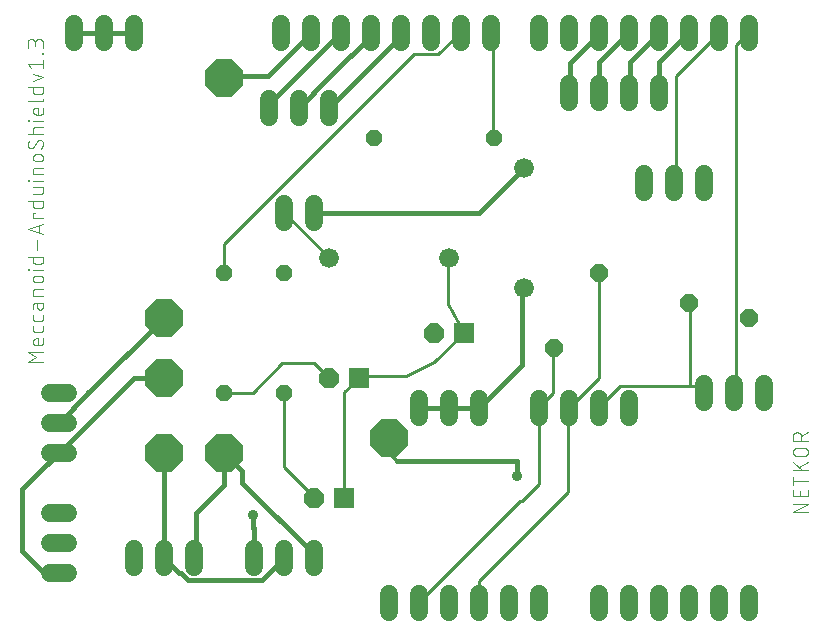
<source format=gbr>
G04 EAGLE Gerber X2 export*
%TF.Part,Single*%
%TF.FileFunction,Copper,L1,Top,Mixed*%
%TF.FilePolarity,Positive*%
%TF.GenerationSoftware,Autodesk,EAGLE,9.1.3*%
%TF.CreationDate,2018-09-14T18:40:43Z*%
G75*
%MOMM*%
%FSLAX34Y34*%
%LPD*%
%AMOC8*
5,1,8,0,0,1.08239X$1,22.5*%
G01*
%ADD10C,0.101600*%
%ADD11C,1.676400*%
%ADD12P,3.436588X8X202.500000*%
%ADD13C,1.524000*%
%ADD14P,1.814519X8X22.500000*%
%ADD15R,1.676400X1.676400*%
%ADD16P,3.436588X8X112.500000*%
%ADD17P,1.429621X8X292.500000*%
%ADD18P,1.429621X8X202.500000*%
%ADD19P,1.649562X8X22.500000*%
%ADD20C,0.254000*%
%ADD21C,0.406400*%
%ADD22C,0.906400*%


D10*
X685292Y102108D02*
X672338Y102108D01*
X685292Y109305D01*
X672338Y109305D01*
X685292Y115543D02*
X685292Y121300D01*
X685292Y115543D02*
X672338Y115543D01*
X672338Y121300D01*
X678095Y119861D02*
X678095Y115543D01*
X672338Y128757D02*
X685292Y128757D01*
X672338Y125158D02*
X672338Y132355D01*
X672338Y137490D02*
X685292Y137490D01*
X680254Y137490D02*
X672338Y144687D01*
X677376Y140369D02*
X685292Y144687D01*
X681694Y149466D02*
X675936Y149466D01*
X675936Y149467D02*
X675817Y149469D01*
X675698Y149475D01*
X675580Y149485D01*
X675461Y149498D01*
X675344Y149516D01*
X675227Y149538D01*
X675111Y149563D01*
X674995Y149592D01*
X674881Y149625D01*
X674768Y149662D01*
X674656Y149702D01*
X674545Y149747D01*
X674436Y149794D01*
X674329Y149846D01*
X674224Y149901D01*
X674120Y149959D01*
X674018Y150021D01*
X673919Y150086D01*
X673821Y150154D01*
X673726Y150226D01*
X673633Y150300D01*
X673543Y150378D01*
X673456Y150459D01*
X673371Y150542D01*
X673289Y150628D01*
X673210Y150717D01*
X673134Y150808D01*
X673061Y150902D01*
X672991Y150999D01*
X672924Y151097D01*
X672860Y151198D01*
X672800Y151300D01*
X672744Y151405D01*
X672691Y151512D01*
X672641Y151620D01*
X672595Y151729D01*
X672553Y151841D01*
X672514Y151953D01*
X672479Y152067D01*
X672448Y152182D01*
X672421Y152298D01*
X672397Y152414D01*
X672378Y152532D01*
X672362Y152649D01*
X672350Y152768D01*
X672342Y152887D01*
X672338Y153006D01*
X672338Y153124D01*
X672342Y153243D01*
X672350Y153362D01*
X672362Y153481D01*
X672378Y153598D01*
X672397Y153716D01*
X672421Y153832D01*
X672448Y153948D01*
X672479Y154063D01*
X672514Y154177D01*
X672553Y154289D01*
X672595Y154401D01*
X672641Y154510D01*
X672691Y154618D01*
X672744Y154725D01*
X672800Y154830D01*
X672860Y154932D01*
X672924Y155033D01*
X672991Y155131D01*
X673061Y155228D01*
X673134Y155322D01*
X673210Y155413D01*
X673289Y155502D01*
X673371Y155588D01*
X673456Y155671D01*
X673543Y155752D01*
X673633Y155830D01*
X673726Y155904D01*
X673821Y155976D01*
X673919Y156044D01*
X674018Y156109D01*
X674120Y156171D01*
X674224Y156229D01*
X674329Y156284D01*
X674436Y156336D01*
X674545Y156383D01*
X674656Y156428D01*
X674768Y156468D01*
X674881Y156505D01*
X674995Y156538D01*
X675111Y156567D01*
X675227Y156592D01*
X675344Y156614D01*
X675461Y156632D01*
X675580Y156645D01*
X675698Y156655D01*
X675817Y156661D01*
X675936Y156663D01*
X681694Y156663D01*
X681813Y156661D01*
X681932Y156655D01*
X682050Y156645D01*
X682169Y156632D01*
X682286Y156614D01*
X682403Y156592D01*
X682519Y156567D01*
X682635Y156538D01*
X682749Y156505D01*
X682862Y156468D01*
X682974Y156428D01*
X683085Y156383D01*
X683194Y156336D01*
X683301Y156284D01*
X683406Y156229D01*
X683510Y156171D01*
X683612Y156109D01*
X683711Y156044D01*
X683809Y155976D01*
X683904Y155904D01*
X683997Y155830D01*
X684087Y155752D01*
X684174Y155671D01*
X684259Y155588D01*
X684341Y155502D01*
X684420Y155413D01*
X684496Y155322D01*
X684569Y155228D01*
X684639Y155131D01*
X684706Y155033D01*
X684770Y154932D01*
X684830Y154830D01*
X684886Y154725D01*
X684939Y154618D01*
X684989Y154510D01*
X685035Y154401D01*
X685077Y154289D01*
X685116Y154177D01*
X685151Y154063D01*
X685182Y153948D01*
X685209Y153832D01*
X685233Y153716D01*
X685252Y153598D01*
X685268Y153481D01*
X685280Y153362D01*
X685288Y153243D01*
X685292Y153124D01*
X685292Y153006D01*
X685288Y152887D01*
X685280Y152768D01*
X685268Y152649D01*
X685252Y152532D01*
X685233Y152414D01*
X685209Y152298D01*
X685182Y152182D01*
X685151Y152067D01*
X685116Y151953D01*
X685077Y151841D01*
X685035Y151729D01*
X684989Y151620D01*
X684939Y151512D01*
X684886Y151405D01*
X684830Y151300D01*
X684770Y151198D01*
X684706Y151097D01*
X684639Y150999D01*
X684569Y150902D01*
X684496Y150808D01*
X684420Y150717D01*
X684341Y150628D01*
X684259Y150542D01*
X684174Y150459D01*
X684087Y150378D01*
X683997Y150300D01*
X683904Y150226D01*
X683809Y150154D01*
X683711Y150086D01*
X683612Y150021D01*
X683510Y149959D01*
X683406Y149901D01*
X683301Y149846D01*
X683194Y149794D01*
X683085Y149747D01*
X682974Y149702D01*
X682862Y149662D01*
X682749Y149625D01*
X682635Y149592D01*
X682519Y149563D01*
X682403Y149538D01*
X682286Y149516D01*
X682169Y149498D01*
X682050Y149485D01*
X681932Y149475D01*
X681813Y149469D01*
X681694Y149467D01*
X685292Y162536D02*
X672338Y162536D01*
X672338Y166134D01*
X672340Y166253D01*
X672346Y166372D01*
X672356Y166490D01*
X672369Y166609D01*
X672387Y166726D01*
X672409Y166843D01*
X672434Y166959D01*
X672463Y167075D01*
X672496Y167189D01*
X672533Y167302D01*
X672573Y167414D01*
X672618Y167525D01*
X672665Y167634D01*
X672717Y167741D01*
X672772Y167846D01*
X672830Y167950D01*
X672892Y168052D01*
X672957Y168151D01*
X673025Y168249D01*
X673097Y168344D01*
X673171Y168437D01*
X673249Y168527D01*
X673330Y168614D01*
X673413Y168699D01*
X673499Y168781D01*
X673588Y168860D01*
X673679Y168936D01*
X673773Y169009D01*
X673870Y169079D01*
X673968Y169146D01*
X674069Y169210D01*
X674171Y169270D01*
X674276Y169326D01*
X674383Y169379D01*
X674491Y169429D01*
X674600Y169475D01*
X674712Y169517D01*
X674824Y169556D01*
X674938Y169591D01*
X675053Y169622D01*
X675169Y169649D01*
X675285Y169673D01*
X675403Y169692D01*
X675520Y169708D01*
X675639Y169720D01*
X675758Y169728D01*
X675877Y169732D01*
X675995Y169732D01*
X676114Y169728D01*
X676233Y169720D01*
X676352Y169708D01*
X676469Y169692D01*
X676587Y169673D01*
X676703Y169649D01*
X676819Y169622D01*
X676934Y169591D01*
X677048Y169556D01*
X677160Y169517D01*
X677272Y169475D01*
X677381Y169429D01*
X677489Y169379D01*
X677596Y169326D01*
X677701Y169270D01*
X677803Y169210D01*
X677904Y169146D01*
X678002Y169079D01*
X678099Y169009D01*
X678193Y168936D01*
X678284Y168860D01*
X678373Y168781D01*
X678459Y168699D01*
X678542Y168614D01*
X678623Y168527D01*
X678701Y168437D01*
X678775Y168344D01*
X678847Y168249D01*
X678915Y168151D01*
X678980Y168052D01*
X679042Y167950D01*
X679100Y167846D01*
X679155Y167741D01*
X679207Y167634D01*
X679254Y167525D01*
X679299Y167414D01*
X679339Y167302D01*
X679376Y167189D01*
X679409Y167075D01*
X679438Y166959D01*
X679463Y166843D01*
X679485Y166726D01*
X679503Y166609D01*
X679516Y166490D01*
X679526Y166372D01*
X679532Y166253D01*
X679534Y166134D01*
X679535Y166134D02*
X679535Y162536D01*
X679535Y166854D02*
X685292Y169732D01*
X37592Y229108D02*
X24638Y229108D01*
X31835Y233426D01*
X24638Y237744D01*
X37592Y237744D01*
X37592Y245698D02*
X37592Y249297D01*
X37592Y245698D02*
X37590Y245606D01*
X37584Y245515D01*
X37575Y245424D01*
X37561Y245333D01*
X37544Y245243D01*
X37522Y245154D01*
X37497Y245066D01*
X37469Y244979D01*
X37436Y244893D01*
X37400Y244809D01*
X37361Y244726D01*
X37318Y244645D01*
X37271Y244566D01*
X37222Y244489D01*
X37169Y244414D01*
X37113Y244342D01*
X37054Y244272D01*
X36992Y244204D01*
X36927Y244139D01*
X36859Y244077D01*
X36789Y244018D01*
X36717Y243962D01*
X36642Y243909D01*
X36565Y243860D01*
X36486Y243813D01*
X36405Y243770D01*
X36322Y243731D01*
X36238Y243695D01*
X36152Y243662D01*
X36065Y243634D01*
X35977Y243609D01*
X35888Y243587D01*
X35798Y243570D01*
X35707Y243556D01*
X35616Y243547D01*
X35525Y243541D01*
X35433Y243539D01*
X31835Y243539D01*
X31729Y243541D01*
X31622Y243547D01*
X31516Y243557D01*
X31411Y243570D01*
X31306Y243588D01*
X31202Y243610D01*
X31098Y243635D01*
X30996Y243664D01*
X30895Y243697D01*
X30795Y243733D01*
X30696Y243774D01*
X30600Y243818D01*
X30504Y243865D01*
X30411Y243916D01*
X30319Y243970D01*
X30230Y244028D01*
X30143Y244089D01*
X30058Y244153D01*
X29975Y244220D01*
X29895Y244290D01*
X29818Y244364D01*
X29744Y244439D01*
X29672Y244518D01*
X29603Y244599D01*
X29538Y244683D01*
X29475Y244769D01*
X29416Y244857D01*
X29360Y244948D01*
X29307Y245040D01*
X29258Y245135D01*
X29212Y245231D01*
X29170Y245329D01*
X29132Y245428D01*
X29097Y245528D01*
X29066Y245630D01*
X29039Y245733D01*
X29015Y245837D01*
X28996Y245941D01*
X28980Y246047D01*
X28968Y246152D01*
X28960Y246258D01*
X28956Y246365D01*
X28956Y246471D01*
X28960Y246578D01*
X28968Y246684D01*
X28980Y246789D01*
X28996Y246895D01*
X29015Y246999D01*
X29039Y247103D01*
X29066Y247206D01*
X29097Y247308D01*
X29132Y247408D01*
X29170Y247507D01*
X29212Y247605D01*
X29258Y247701D01*
X29307Y247796D01*
X29360Y247888D01*
X29416Y247979D01*
X29475Y248067D01*
X29538Y248153D01*
X29603Y248237D01*
X29672Y248318D01*
X29744Y248397D01*
X29818Y248472D01*
X29895Y248546D01*
X29975Y248616D01*
X30058Y248683D01*
X30143Y248747D01*
X30230Y248808D01*
X30319Y248866D01*
X30411Y248920D01*
X30504Y248971D01*
X30600Y249018D01*
X30696Y249062D01*
X30795Y249103D01*
X30895Y249139D01*
X30996Y249172D01*
X31098Y249201D01*
X31202Y249226D01*
X31306Y249248D01*
X31411Y249266D01*
X31516Y249279D01*
X31622Y249289D01*
X31729Y249295D01*
X31835Y249297D01*
X33274Y249297D01*
X33274Y243539D01*
X37592Y256609D02*
X37592Y259488D01*
X37592Y256609D02*
X37590Y256517D01*
X37584Y256426D01*
X37575Y256335D01*
X37561Y256244D01*
X37544Y256154D01*
X37522Y256065D01*
X37497Y255977D01*
X37469Y255890D01*
X37436Y255804D01*
X37400Y255720D01*
X37361Y255637D01*
X37318Y255556D01*
X37271Y255477D01*
X37222Y255400D01*
X37169Y255325D01*
X37113Y255253D01*
X37054Y255183D01*
X36992Y255115D01*
X36927Y255050D01*
X36859Y254988D01*
X36789Y254929D01*
X36717Y254873D01*
X36642Y254820D01*
X36565Y254771D01*
X36486Y254724D01*
X36405Y254681D01*
X36322Y254642D01*
X36238Y254606D01*
X36152Y254573D01*
X36065Y254545D01*
X35977Y254520D01*
X35888Y254498D01*
X35798Y254481D01*
X35707Y254467D01*
X35616Y254458D01*
X35525Y254452D01*
X35433Y254450D01*
X31115Y254450D01*
X31023Y254452D01*
X30932Y254458D01*
X30841Y254467D01*
X30750Y254481D01*
X30660Y254498D01*
X30571Y254520D01*
X30483Y254545D01*
X30396Y254573D01*
X30310Y254606D01*
X30226Y254642D01*
X30143Y254681D01*
X30062Y254724D01*
X29983Y254771D01*
X29906Y254820D01*
X29831Y254873D01*
X29759Y254929D01*
X29689Y254988D01*
X29621Y255050D01*
X29556Y255115D01*
X29494Y255183D01*
X29435Y255253D01*
X29379Y255325D01*
X29326Y255400D01*
X29277Y255477D01*
X29230Y255556D01*
X29187Y255637D01*
X29148Y255720D01*
X29112Y255804D01*
X29079Y255890D01*
X29051Y255977D01*
X29026Y256065D01*
X29004Y256154D01*
X28987Y256244D01*
X28973Y256335D01*
X28964Y256426D01*
X28958Y256517D01*
X28956Y256609D01*
X28956Y259488D01*
X37592Y266248D02*
X37592Y269127D01*
X37592Y266248D02*
X37590Y266156D01*
X37584Y266065D01*
X37575Y265974D01*
X37561Y265883D01*
X37544Y265793D01*
X37522Y265704D01*
X37497Y265616D01*
X37469Y265529D01*
X37436Y265443D01*
X37400Y265359D01*
X37361Y265276D01*
X37318Y265195D01*
X37271Y265116D01*
X37222Y265039D01*
X37169Y264964D01*
X37113Y264892D01*
X37054Y264822D01*
X36992Y264754D01*
X36927Y264689D01*
X36859Y264627D01*
X36789Y264568D01*
X36717Y264512D01*
X36642Y264459D01*
X36565Y264410D01*
X36486Y264363D01*
X36405Y264320D01*
X36322Y264281D01*
X36238Y264245D01*
X36152Y264212D01*
X36065Y264184D01*
X35977Y264159D01*
X35888Y264137D01*
X35798Y264120D01*
X35707Y264106D01*
X35616Y264097D01*
X35525Y264091D01*
X35433Y264089D01*
X31115Y264089D01*
X31023Y264091D01*
X30932Y264097D01*
X30841Y264106D01*
X30750Y264120D01*
X30660Y264137D01*
X30571Y264159D01*
X30483Y264184D01*
X30396Y264212D01*
X30310Y264245D01*
X30226Y264281D01*
X30143Y264320D01*
X30062Y264363D01*
X29983Y264410D01*
X29906Y264459D01*
X29831Y264512D01*
X29759Y264568D01*
X29689Y264627D01*
X29621Y264689D01*
X29556Y264754D01*
X29494Y264822D01*
X29435Y264892D01*
X29379Y264964D01*
X29326Y265039D01*
X29277Y265116D01*
X29230Y265195D01*
X29187Y265276D01*
X29148Y265359D01*
X29112Y265443D01*
X29079Y265529D01*
X29051Y265616D01*
X29026Y265704D01*
X29004Y265793D01*
X28987Y265883D01*
X28973Y265974D01*
X28964Y266065D01*
X28958Y266156D01*
X28956Y266248D01*
X28956Y269127D01*
X32554Y276171D02*
X32554Y279410D01*
X32554Y276171D02*
X32556Y276072D01*
X32562Y275973D01*
X32571Y275875D01*
X32585Y275777D01*
X32602Y275680D01*
X32624Y275583D01*
X32649Y275487D01*
X32677Y275393D01*
X32710Y275299D01*
X32746Y275207D01*
X32785Y275116D01*
X32829Y275027D01*
X32875Y274940D01*
X32925Y274855D01*
X32979Y274772D01*
X33035Y274690D01*
X33095Y274612D01*
X33158Y274535D01*
X33223Y274461D01*
X33292Y274390D01*
X33363Y274321D01*
X33437Y274256D01*
X33514Y274193D01*
X33592Y274133D01*
X33674Y274077D01*
X33757Y274023D01*
X33842Y273973D01*
X33929Y273927D01*
X34018Y273883D01*
X34109Y273844D01*
X34201Y273808D01*
X34295Y273775D01*
X34389Y273747D01*
X34485Y273722D01*
X34582Y273700D01*
X34679Y273683D01*
X34777Y273669D01*
X34875Y273660D01*
X34974Y273654D01*
X35073Y273652D01*
X35172Y273654D01*
X35271Y273660D01*
X35369Y273669D01*
X35467Y273683D01*
X35564Y273700D01*
X35661Y273722D01*
X35757Y273747D01*
X35851Y273775D01*
X35945Y273808D01*
X36037Y273844D01*
X36128Y273883D01*
X36217Y273927D01*
X36304Y273973D01*
X36389Y274023D01*
X36472Y274077D01*
X36554Y274133D01*
X36632Y274193D01*
X36709Y274256D01*
X36783Y274321D01*
X36854Y274390D01*
X36923Y274461D01*
X36988Y274535D01*
X37051Y274612D01*
X37111Y274690D01*
X37167Y274772D01*
X37221Y274855D01*
X37271Y274940D01*
X37317Y275027D01*
X37361Y275116D01*
X37400Y275207D01*
X37436Y275299D01*
X37469Y275393D01*
X37497Y275487D01*
X37522Y275583D01*
X37544Y275680D01*
X37561Y275777D01*
X37575Y275875D01*
X37584Y275973D01*
X37590Y276072D01*
X37592Y276171D01*
X37592Y279410D01*
X31115Y279410D01*
X31023Y279408D01*
X30932Y279402D01*
X30841Y279393D01*
X30750Y279379D01*
X30660Y279362D01*
X30571Y279340D01*
X30483Y279315D01*
X30396Y279287D01*
X30310Y279254D01*
X30226Y279218D01*
X30143Y279179D01*
X30062Y279136D01*
X29983Y279089D01*
X29906Y279040D01*
X29831Y278987D01*
X29759Y278931D01*
X29689Y278872D01*
X29621Y278810D01*
X29556Y278745D01*
X29494Y278677D01*
X29435Y278607D01*
X29379Y278535D01*
X29326Y278460D01*
X29277Y278383D01*
X29230Y278304D01*
X29187Y278223D01*
X29148Y278140D01*
X29112Y278056D01*
X29079Y277970D01*
X29051Y277883D01*
X29026Y277795D01*
X29004Y277706D01*
X28987Y277616D01*
X28973Y277525D01*
X28964Y277434D01*
X28958Y277343D01*
X28956Y277251D01*
X28956Y274372D01*
X28956Y285449D02*
X37592Y285449D01*
X28956Y285449D02*
X28956Y289048D01*
X28958Y289140D01*
X28964Y289231D01*
X28973Y289322D01*
X28987Y289413D01*
X29004Y289503D01*
X29026Y289592D01*
X29051Y289680D01*
X29079Y289767D01*
X29112Y289853D01*
X29148Y289937D01*
X29187Y290020D01*
X29230Y290101D01*
X29277Y290180D01*
X29326Y290257D01*
X29379Y290332D01*
X29435Y290404D01*
X29494Y290474D01*
X29556Y290542D01*
X29621Y290607D01*
X29689Y290669D01*
X29759Y290728D01*
X29831Y290784D01*
X29906Y290837D01*
X29983Y290886D01*
X30062Y290933D01*
X30143Y290976D01*
X30226Y291015D01*
X30310Y291051D01*
X30396Y291084D01*
X30483Y291112D01*
X30571Y291137D01*
X30660Y291159D01*
X30750Y291176D01*
X30841Y291190D01*
X30932Y291199D01*
X31023Y291205D01*
X31115Y291207D01*
X37592Y291207D01*
X34713Y296765D02*
X31835Y296765D01*
X31729Y296767D01*
X31622Y296773D01*
X31516Y296783D01*
X31411Y296796D01*
X31306Y296814D01*
X31202Y296836D01*
X31098Y296861D01*
X30996Y296890D01*
X30895Y296923D01*
X30795Y296959D01*
X30696Y297000D01*
X30600Y297044D01*
X30504Y297091D01*
X30411Y297142D01*
X30319Y297196D01*
X30230Y297254D01*
X30143Y297315D01*
X30058Y297379D01*
X29975Y297446D01*
X29895Y297516D01*
X29818Y297590D01*
X29744Y297665D01*
X29672Y297744D01*
X29603Y297825D01*
X29538Y297909D01*
X29475Y297995D01*
X29416Y298083D01*
X29360Y298174D01*
X29307Y298266D01*
X29258Y298361D01*
X29212Y298457D01*
X29170Y298555D01*
X29132Y298654D01*
X29097Y298754D01*
X29066Y298856D01*
X29039Y298959D01*
X29015Y299063D01*
X28996Y299167D01*
X28980Y299273D01*
X28968Y299378D01*
X28960Y299484D01*
X28956Y299591D01*
X28956Y299697D01*
X28960Y299804D01*
X28968Y299910D01*
X28980Y300015D01*
X28996Y300121D01*
X29015Y300225D01*
X29039Y300329D01*
X29066Y300432D01*
X29097Y300534D01*
X29132Y300634D01*
X29170Y300733D01*
X29212Y300831D01*
X29258Y300927D01*
X29307Y301022D01*
X29360Y301114D01*
X29416Y301205D01*
X29475Y301293D01*
X29538Y301379D01*
X29603Y301463D01*
X29672Y301544D01*
X29744Y301623D01*
X29818Y301698D01*
X29895Y301772D01*
X29975Y301842D01*
X30058Y301909D01*
X30143Y301973D01*
X30230Y302034D01*
X30319Y302092D01*
X30411Y302146D01*
X30504Y302197D01*
X30600Y302244D01*
X30696Y302288D01*
X30795Y302329D01*
X30895Y302365D01*
X30996Y302398D01*
X31098Y302427D01*
X31202Y302452D01*
X31306Y302474D01*
X31411Y302492D01*
X31516Y302505D01*
X31622Y302515D01*
X31729Y302521D01*
X31835Y302523D01*
X31835Y302522D02*
X34713Y302522D01*
X34713Y302523D02*
X34819Y302521D01*
X34926Y302515D01*
X35032Y302505D01*
X35137Y302492D01*
X35242Y302474D01*
X35346Y302452D01*
X35450Y302427D01*
X35552Y302398D01*
X35653Y302365D01*
X35753Y302329D01*
X35852Y302288D01*
X35948Y302244D01*
X36044Y302197D01*
X36137Y302146D01*
X36229Y302092D01*
X36318Y302034D01*
X36405Y301973D01*
X36490Y301909D01*
X36573Y301842D01*
X36653Y301772D01*
X36730Y301698D01*
X36804Y301623D01*
X36876Y301544D01*
X36945Y301463D01*
X37010Y301379D01*
X37073Y301293D01*
X37132Y301205D01*
X37188Y301114D01*
X37241Y301022D01*
X37290Y300927D01*
X37336Y300831D01*
X37378Y300733D01*
X37416Y300634D01*
X37451Y300534D01*
X37482Y300432D01*
X37509Y300329D01*
X37533Y300225D01*
X37552Y300121D01*
X37568Y300015D01*
X37580Y299910D01*
X37588Y299804D01*
X37592Y299697D01*
X37592Y299591D01*
X37588Y299484D01*
X37580Y299378D01*
X37568Y299273D01*
X37552Y299167D01*
X37533Y299063D01*
X37509Y298959D01*
X37482Y298856D01*
X37451Y298754D01*
X37416Y298654D01*
X37378Y298555D01*
X37336Y298457D01*
X37290Y298361D01*
X37241Y298266D01*
X37188Y298174D01*
X37132Y298083D01*
X37073Y297995D01*
X37010Y297909D01*
X36945Y297825D01*
X36876Y297744D01*
X36804Y297665D01*
X36730Y297590D01*
X36653Y297516D01*
X36573Y297446D01*
X36490Y297379D01*
X36405Y297315D01*
X36318Y297254D01*
X36229Y297196D01*
X36137Y297142D01*
X36044Y297091D01*
X35948Y297044D01*
X35852Y297000D01*
X35753Y296959D01*
X35653Y296923D01*
X35552Y296890D01*
X35450Y296861D01*
X35346Y296836D01*
X35242Y296814D01*
X35137Y296796D01*
X35032Y296783D01*
X34926Y296773D01*
X34819Y296767D01*
X34713Y296765D01*
X37592Y307606D02*
X28956Y307606D01*
X25358Y307247D02*
X24638Y307247D01*
X24638Y307966D01*
X25358Y307966D01*
X25358Y307247D01*
X24638Y318386D02*
X37592Y318386D01*
X37592Y314788D01*
X37590Y314696D01*
X37584Y314605D01*
X37575Y314514D01*
X37561Y314423D01*
X37544Y314333D01*
X37522Y314244D01*
X37497Y314156D01*
X37469Y314069D01*
X37436Y313983D01*
X37400Y313899D01*
X37361Y313816D01*
X37318Y313735D01*
X37271Y313656D01*
X37222Y313579D01*
X37169Y313504D01*
X37113Y313432D01*
X37054Y313362D01*
X36992Y313294D01*
X36927Y313229D01*
X36859Y313167D01*
X36789Y313108D01*
X36717Y313052D01*
X36642Y312999D01*
X36565Y312950D01*
X36486Y312903D01*
X36405Y312860D01*
X36322Y312821D01*
X36238Y312785D01*
X36152Y312752D01*
X36065Y312724D01*
X35977Y312699D01*
X35888Y312677D01*
X35798Y312660D01*
X35707Y312646D01*
X35616Y312637D01*
X35525Y312631D01*
X35433Y312629D01*
X31115Y312629D01*
X31023Y312631D01*
X30932Y312637D01*
X30841Y312646D01*
X30750Y312660D01*
X30660Y312677D01*
X30571Y312699D01*
X30483Y312724D01*
X30396Y312752D01*
X30310Y312785D01*
X30226Y312821D01*
X30143Y312860D01*
X30062Y312903D01*
X29983Y312950D01*
X29906Y312999D01*
X29831Y313052D01*
X29759Y313108D01*
X29689Y313167D01*
X29621Y313229D01*
X29556Y313294D01*
X29494Y313362D01*
X29435Y313432D01*
X29379Y313504D01*
X29326Y313579D01*
X29277Y313656D01*
X29230Y313735D01*
X29187Y313816D01*
X29148Y313899D01*
X29112Y313983D01*
X29079Y314069D01*
X29051Y314156D01*
X29026Y314244D01*
X29004Y314333D01*
X28987Y314423D01*
X28973Y314514D01*
X28964Y314605D01*
X28958Y314696D01*
X28956Y314788D01*
X28956Y318386D01*
X32554Y324243D02*
X32554Y332879D01*
X37592Y337654D02*
X24638Y341972D01*
X37592Y346290D01*
X34354Y345211D02*
X34354Y338734D01*
X37592Y351317D02*
X28956Y351317D01*
X28956Y355635D01*
X30395Y355635D01*
X24638Y365325D02*
X37592Y365325D01*
X37592Y361727D01*
X37590Y361635D01*
X37584Y361544D01*
X37575Y361453D01*
X37561Y361362D01*
X37544Y361272D01*
X37522Y361183D01*
X37497Y361095D01*
X37469Y361008D01*
X37436Y360922D01*
X37400Y360838D01*
X37361Y360755D01*
X37318Y360674D01*
X37271Y360595D01*
X37222Y360518D01*
X37169Y360443D01*
X37113Y360371D01*
X37054Y360301D01*
X36992Y360233D01*
X36927Y360168D01*
X36859Y360106D01*
X36789Y360047D01*
X36717Y359991D01*
X36642Y359938D01*
X36565Y359889D01*
X36486Y359842D01*
X36405Y359799D01*
X36322Y359760D01*
X36238Y359724D01*
X36152Y359691D01*
X36065Y359663D01*
X35977Y359638D01*
X35888Y359616D01*
X35798Y359599D01*
X35707Y359585D01*
X35616Y359576D01*
X35525Y359570D01*
X35433Y359568D01*
X31115Y359568D01*
X31023Y359570D01*
X30932Y359576D01*
X30841Y359585D01*
X30750Y359599D01*
X30660Y359616D01*
X30571Y359638D01*
X30483Y359663D01*
X30396Y359691D01*
X30310Y359724D01*
X30226Y359760D01*
X30143Y359799D01*
X30062Y359842D01*
X29983Y359889D01*
X29906Y359938D01*
X29831Y359991D01*
X29759Y360047D01*
X29689Y360106D01*
X29621Y360168D01*
X29556Y360233D01*
X29494Y360301D01*
X29435Y360371D01*
X29379Y360443D01*
X29326Y360518D01*
X29277Y360595D01*
X29230Y360674D01*
X29187Y360755D01*
X29148Y360838D01*
X29112Y360922D01*
X29079Y361008D01*
X29051Y361095D01*
X29026Y361183D01*
X29004Y361272D01*
X28987Y361362D01*
X28973Y361453D01*
X28964Y361544D01*
X28958Y361635D01*
X28956Y361727D01*
X28956Y365325D01*
X28956Y371364D02*
X35433Y371364D01*
X35525Y371366D01*
X35616Y371372D01*
X35707Y371381D01*
X35798Y371395D01*
X35888Y371412D01*
X35977Y371434D01*
X36065Y371459D01*
X36152Y371487D01*
X36238Y371520D01*
X36322Y371556D01*
X36405Y371595D01*
X36486Y371638D01*
X36565Y371685D01*
X36642Y371734D01*
X36717Y371787D01*
X36789Y371843D01*
X36859Y371902D01*
X36927Y371964D01*
X36992Y372029D01*
X37054Y372097D01*
X37113Y372167D01*
X37169Y372239D01*
X37222Y372314D01*
X37271Y372391D01*
X37318Y372470D01*
X37361Y372551D01*
X37400Y372634D01*
X37436Y372718D01*
X37469Y372804D01*
X37497Y372891D01*
X37522Y372979D01*
X37544Y373068D01*
X37561Y373158D01*
X37575Y373249D01*
X37584Y373340D01*
X37590Y373431D01*
X37592Y373523D01*
X37592Y377122D01*
X28956Y377122D01*
X28956Y382625D02*
X37592Y382625D01*
X25358Y382265D02*
X24638Y382265D01*
X24638Y382985D01*
X25358Y382985D01*
X25358Y382265D01*
X28956Y388128D02*
X37592Y388128D01*
X28956Y388128D02*
X28956Y391727D01*
X28958Y391819D01*
X28964Y391910D01*
X28973Y392001D01*
X28987Y392092D01*
X29004Y392182D01*
X29026Y392271D01*
X29051Y392359D01*
X29079Y392446D01*
X29112Y392532D01*
X29148Y392616D01*
X29187Y392699D01*
X29230Y392780D01*
X29277Y392859D01*
X29326Y392936D01*
X29379Y393011D01*
X29435Y393083D01*
X29494Y393153D01*
X29556Y393221D01*
X29621Y393286D01*
X29689Y393348D01*
X29759Y393407D01*
X29831Y393463D01*
X29906Y393516D01*
X29983Y393565D01*
X30062Y393612D01*
X30143Y393655D01*
X30226Y393694D01*
X30310Y393730D01*
X30396Y393763D01*
X30483Y393791D01*
X30571Y393816D01*
X30660Y393838D01*
X30750Y393855D01*
X30841Y393869D01*
X30932Y393878D01*
X31023Y393884D01*
X31115Y393886D01*
X37592Y393886D01*
X34713Y399444D02*
X31835Y399444D01*
X31729Y399446D01*
X31622Y399452D01*
X31516Y399462D01*
X31411Y399475D01*
X31306Y399493D01*
X31202Y399515D01*
X31098Y399540D01*
X30996Y399569D01*
X30895Y399602D01*
X30795Y399638D01*
X30696Y399679D01*
X30600Y399723D01*
X30504Y399770D01*
X30411Y399821D01*
X30319Y399875D01*
X30230Y399933D01*
X30143Y399994D01*
X30058Y400058D01*
X29975Y400125D01*
X29895Y400195D01*
X29818Y400269D01*
X29744Y400344D01*
X29672Y400423D01*
X29603Y400504D01*
X29538Y400588D01*
X29475Y400674D01*
X29416Y400762D01*
X29360Y400853D01*
X29307Y400945D01*
X29258Y401040D01*
X29212Y401136D01*
X29170Y401234D01*
X29132Y401333D01*
X29097Y401433D01*
X29066Y401535D01*
X29039Y401638D01*
X29015Y401742D01*
X28996Y401846D01*
X28980Y401952D01*
X28968Y402057D01*
X28960Y402163D01*
X28956Y402270D01*
X28956Y402376D01*
X28960Y402483D01*
X28968Y402589D01*
X28980Y402694D01*
X28996Y402800D01*
X29015Y402904D01*
X29039Y403008D01*
X29066Y403111D01*
X29097Y403213D01*
X29132Y403313D01*
X29170Y403412D01*
X29212Y403510D01*
X29258Y403606D01*
X29307Y403701D01*
X29360Y403793D01*
X29416Y403884D01*
X29475Y403972D01*
X29538Y404058D01*
X29603Y404142D01*
X29672Y404223D01*
X29744Y404302D01*
X29818Y404377D01*
X29895Y404451D01*
X29975Y404521D01*
X30058Y404588D01*
X30143Y404652D01*
X30230Y404713D01*
X30319Y404771D01*
X30411Y404825D01*
X30504Y404876D01*
X30600Y404923D01*
X30696Y404967D01*
X30795Y405008D01*
X30895Y405044D01*
X30996Y405077D01*
X31098Y405106D01*
X31202Y405131D01*
X31306Y405153D01*
X31411Y405171D01*
X31516Y405184D01*
X31622Y405194D01*
X31729Y405200D01*
X31835Y405202D01*
X31835Y405201D02*
X34713Y405201D01*
X34713Y405202D02*
X34819Y405200D01*
X34926Y405194D01*
X35032Y405184D01*
X35137Y405171D01*
X35242Y405153D01*
X35346Y405131D01*
X35450Y405106D01*
X35552Y405077D01*
X35653Y405044D01*
X35753Y405008D01*
X35852Y404967D01*
X35948Y404923D01*
X36044Y404876D01*
X36137Y404825D01*
X36229Y404771D01*
X36318Y404713D01*
X36405Y404652D01*
X36490Y404588D01*
X36573Y404521D01*
X36653Y404451D01*
X36730Y404377D01*
X36804Y404302D01*
X36876Y404223D01*
X36945Y404142D01*
X37010Y404058D01*
X37073Y403972D01*
X37132Y403884D01*
X37188Y403793D01*
X37241Y403701D01*
X37290Y403606D01*
X37336Y403510D01*
X37378Y403412D01*
X37416Y403313D01*
X37451Y403213D01*
X37482Y403111D01*
X37509Y403008D01*
X37533Y402904D01*
X37552Y402800D01*
X37568Y402694D01*
X37580Y402589D01*
X37588Y402483D01*
X37592Y402376D01*
X37592Y402270D01*
X37588Y402163D01*
X37580Y402057D01*
X37568Y401952D01*
X37552Y401846D01*
X37533Y401742D01*
X37509Y401638D01*
X37482Y401535D01*
X37451Y401433D01*
X37416Y401333D01*
X37378Y401234D01*
X37336Y401136D01*
X37290Y401040D01*
X37241Y400945D01*
X37188Y400853D01*
X37132Y400762D01*
X37073Y400674D01*
X37010Y400588D01*
X36945Y400504D01*
X36876Y400423D01*
X36804Y400344D01*
X36730Y400269D01*
X36653Y400195D01*
X36573Y400125D01*
X36490Y400058D01*
X36405Y399994D01*
X36318Y399933D01*
X36229Y399875D01*
X36137Y399821D01*
X36044Y399770D01*
X35948Y399723D01*
X35852Y399679D01*
X35753Y399638D01*
X35653Y399602D01*
X35552Y399569D01*
X35450Y399540D01*
X35346Y399515D01*
X35242Y399493D01*
X35137Y399475D01*
X35032Y399462D01*
X34926Y399452D01*
X34819Y399446D01*
X34713Y399444D01*
X37592Y414358D02*
X37590Y414463D01*
X37584Y414568D01*
X37575Y414673D01*
X37561Y414777D01*
X37544Y414881D01*
X37523Y414984D01*
X37498Y415086D01*
X37470Y415187D01*
X37438Y415288D01*
X37402Y415386D01*
X37363Y415484D01*
X37320Y415580D01*
X37273Y415674D01*
X37224Y415767D01*
X37170Y415858D01*
X37114Y415947D01*
X37054Y416033D01*
X36992Y416118D01*
X36926Y416200D01*
X36857Y416279D01*
X36786Y416356D01*
X36711Y416431D01*
X36634Y416502D01*
X36555Y416571D01*
X36473Y416637D01*
X36388Y416699D01*
X36302Y416759D01*
X36213Y416815D01*
X36122Y416869D01*
X36029Y416918D01*
X35935Y416965D01*
X35839Y417008D01*
X35741Y417047D01*
X35643Y417083D01*
X35542Y417115D01*
X35441Y417143D01*
X35339Y417168D01*
X35236Y417189D01*
X35132Y417206D01*
X35028Y417220D01*
X34923Y417229D01*
X34818Y417235D01*
X34713Y417237D01*
X37592Y414358D02*
X37590Y414203D01*
X37584Y414048D01*
X37574Y413894D01*
X37560Y413740D01*
X37543Y413586D01*
X37521Y413432D01*
X37496Y413280D01*
X37466Y413127D01*
X37433Y412976D01*
X37396Y412826D01*
X37355Y412676D01*
X37310Y412528D01*
X37262Y412381D01*
X37209Y412235D01*
X37154Y412091D01*
X37094Y411948D01*
X37031Y411806D01*
X36964Y411667D01*
X36894Y411529D01*
X36820Y411393D01*
X36743Y411258D01*
X36662Y411126D01*
X36578Y410996D01*
X36491Y410868D01*
X36400Y410742D01*
X36307Y410619D01*
X36210Y410498D01*
X36110Y410380D01*
X36007Y410264D01*
X35901Y410151D01*
X35793Y410040D01*
X27517Y410399D02*
X27412Y410401D01*
X27307Y410407D01*
X27202Y410416D01*
X27098Y410430D01*
X26994Y410447D01*
X26891Y410468D01*
X26789Y410493D01*
X26688Y410521D01*
X26587Y410553D01*
X26489Y410589D01*
X26391Y410628D01*
X26295Y410671D01*
X26201Y410718D01*
X26108Y410767D01*
X26017Y410821D01*
X25928Y410877D01*
X25842Y410937D01*
X25757Y410999D01*
X25675Y411065D01*
X25596Y411134D01*
X25519Y411205D01*
X25444Y411280D01*
X25373Y411357D01*
X25304Y411436D01*
X25238Y411518D01*
X25176Y411603D01*
X25116Y411689D01*
X25060Y411778D01*
X25006Y411869D01*
X24957Y411962D01*
X24910Y412056D01*
X24867Y412152D01*
X24828Y412250D01*
X24792Y412348D01*
X24760Y412449D01*
X24732Y412550D01*
X24707Y412652D01*
X24686Y412755D01*
X24669Y412859D01*
X24655Y412963D01*
X24646Y413068D01*
X24640Y413173D01*
X24638Y413278D01*
X24640Y413423D01*
X24646Y413567D01*
X24655Y413712D01*
X24669Y413856D01*
X24686Y414000D01*
X24708Y414143D01*
X24733Y414285D01*
X24762Y414427D01*
X24794Y414568D01*
X24831Y414708D01*
X24871Y414847D01*
X24915Y414985D01*
X24963Y415122D01*
X25014Y415257D01*
X25069Y415391D01*
X25127Y415523D01*
X25189Y415654D01*
X25255Y415783D01*
X25323Y415911D01*
X25396Y416036D01*
X25471Y416159D01*
X25550Y416281D01*
X25632Y416400D01*
X25718Y416517D01*
X30036Y411839D02*
X29981Y411749D01*
X29923Y411662D01*
X29863Y411577D01*
X29799Y411494D01*
X29732Y411414D01*
X29662Y411336D01*
X29589Y411260D01*
X29514Y411187D01*
X29436Y411117D01*
X29356Y411050D01*
X29274Y410985D01*
X29189Y410924D01*
X29102Y410866D01*
X29013Y410811D01*
X28922Y410759D01*
X28829Y410710D01*
X28735Y410665D01*
X28639Y410623D01*
X28542Y410584D01*
X28443Y410549D01*
X28343Y410518D01*
X28242Y410490D01*
X28140Y410466D01*
X28038Y410446D01*
X27934Y410429D01*
X27830Y410416D01*
X27726Y410406D01*
X27622Y410401D01*
X27517Y410399D01*
X32194Y415798D02*
X32249Y415887D01*
X32307Y415974D01*
X32368Y416059D01*
X32432Y416142D01*
X32498Y416222D01*
X32568Y416300D01*
X32641Y416376D01*
X32716Y416449D01*
X32794Y416519D01*
X32874Y416586D01*
X32956Y416651D01*
X33041Y416712D01*
X33128Y416770D01*
X33217Y416825D01*
X33308Y416877D01*
X33401Y416926D01*
X33495Y416971D01*
X33591Y417013D01*
X33688Y417052D01*
X33787Y417087D01*
X33887Y417118D01*
X33988Y417146D01*
X34090Y417170D01*
X34192Y417190D01*
X34296Y417207D01*
X34400Y417220D01*
X34504Y417230D01*
X34608Y417235D01*
X34713Y417237D01*
X32195Y415797D02*
X30036Y411839D01*
X24638Y422494D02*
X37592Y422494D01*
X28956Y422494D02*
X28956Y426093D01*
X28958Y426185D01*
X28964Y426276D01*
X28973Y426367D01*
X28987Y426458D01*
X29004Y426548D01*
X29026Y426637D01*
X29051Y426725D01*
X29079Y426812D01*
X29112Y426898D01*
X29148Y426982D01*
X29187Y427065D01*
X29230Y427146D01*
X29277Y427225D01*
X29326Y427302D01*
X29379Y427377D01*
X29435Y427449D01*
X29494Y427519D01*
X29556Y427587D01*
X29621Y427652D01*
X29689Y427714D01*
X29759Y427773D01*
X29831Y427829D01*
X29906Y427882D01*
X29983Y427931D01*
X30062Y427978D01*
X30143Y428021D01*
X30226Y428060D01*
X30310Y428096D01*
X30396Y428129D01*
X30483Y428157D01*
X30571Y428182D01*
X30660Y428204D01*
X30750Y428221D01*
X30841Y428235D01*
X30932Y428244D01*
X31023Y428250D01*
X31115Y428252D01*
X37592Y428252D01*
X37592Y433755D02*
X28956Y433755D01*
X25358Y433395D02*
X24638Y433395D01*
X24638Y434115D01*
X25358Y434115D01*
X25358Y433395D01*
X37592Y440998D02*
X37592Y444597D01*
X37592Y440998D02*
X37590Y440906D01*
X37584Y440815D01*
X37575Y440724D01*
X37561Y440633D01*
X37544Y440543D01*
X37522Y440454D01*
X37497Y440366D01*
X37469Y440279D01*
X37436Y440193D01*
X37400Y440109D01*
X37361Y440026D01*
X37318Y439945D01*
X37271Y439866D01*
X37222Y439789D01*
X37169Y439714D01*
X37113Y439642D01*
X37054Y439572D01*
X36992Y439504D01*
X36927Y439439D01*
X36859Y439377D01*
X36789Y439318D01*
X36717Y439262D01*
X36642Y439209D01*
X36565Y439160D01*
X36486Y439113D01*
X36405Y439070D01*
X36322Y439031D01*
X36238Y438995D01*
X36152Y438962D01*
X36065Y438934D01*
X35977Y438909D01*
X35888Y438887D01*
X35798Y438870D01*
X35707Y438856D01*
X35616Y438847D01*
X35525Y438841D01*
X35433Y438839D01*
X31835Y438839D01*
X31729Y438841D01*
X31622Y438847D01*
X31516Y438857D01*
X31411Y438870D01*
X31306Y438888D01*
X31202Y438910D01*
X31098Y438935D01*
X30996Y438964D01*
X30895Y438997D01*
X30795Y439033D01*
X30696Y439074D01*
X30600Y439118D01*
X30504Y439165D01*
X30411Y439216D01*
X30319Y439270D01*
X30230Y439328D01*
X30143Y439389D01*
X30058Y439453D01*
X29975Y439520D01*
X29895Y439590D01*
X29818Y439664D01*
X29744Y439739D01*
X29672Y439818D01*
X29603Y439899D01*
X29538Y439983D01*
X29475Y440069D01*
X29416Y440157D01*
X29360Y440248D01*
X29307Y440340D01*
X29258Y440435D01*
X29212Y440531D01*
X29170Y440629D01*
X29132Y440728D01*
X29097Y440828D01*
X29066Y440930D01*
X29039Y441033D01*
X29015Y441137D01*
X28996Y441241D01*
X28980Y441347D01*
X28968Y441452D01*
X28960Y441558D01*
X28956Y441665D01*
X28956Y441771D01*
X28960Y441878D01*
X28968Y441984D01*
X28980Y442089D01*
X28996Y442195D01*
X29015Y442299D01*
X29039Y442403D01*
X29066Y442506D01*
X29097Y442608D01*
X29132Y442708D01*
X29170Y442807D01*
X29212Y442905D01*
X29258Y443001D01*
X29307Y443096D01*
X29360Y443188D01*
X29416Y443279D01*
X29475Y443367D01*
X29538Y443453D01*
X29603Y443537D01*
X29672Y443618D01*
X29744Y443697D01*
X29818Y443772D01*
X29895Y443846D01*
X29975Y443916D01*
X30058Y443983D01*
X30143Y444047D01*
X30230Y444108D01*
X30319Y444166D01*
X30411Y444220D01*
X30504Y444271D01*
X30600Y444318D01*
X30696Y444362D01*
X30795Y444403D01*
X30895Y444439D01*
X30996Y444472D01*
X31098Y444501D01*
X31202Y444526D01*
X31306Y444548D01*
X31411Y444566D01*
X31516Y444579D01*
X31622Y444589D01*
X31729Y444595D01*
X31835Y444597D01*
X33274Y444597D01*
X33274Y438839D01*
X35433Y449912D02*
X24638Y449912D01*
X35433Y449912D02*
X35525Y449914D01*
X35616Y449920D01*
X35707Y449929D01*
X35798Y449943D01*
X35888Y449960D01*
X35977Y449982D01*
X36065Y450007D01*
X36152Y450035D01*
X36238Y450068D01*
X36322Y450104D01*
X36405Y450143D01*
X36486Y450186D01*
X36565Y450233D01*
X36642Y450282D01*
X36717Y450335D01*
X36789Y450391D01*
X36859Y450450D01*
X36927Y450512D01*
X36992Y450577D01*
X37054Y450645D01*
X37113Y450715D01*
X37169Y450787D01*
X37222Y450862D01*
X37271Y450939D01*
X37318Y451018D01*
X37361Y451099D01*
X37400Y451182D01*
X37436Y451266D01*
X37469Y451352D01*
X37497Y451439D01*
X37522Y451527D01*
X37544Y451616D01*
X37561Y451706D01*
X37575Y451797D01*
X37584Y451888D01*
X37590Y451979D01*
X37592Y452071D01*
X37592Y462137D02*
X24638Y462137D01*
X37592Y462137D02*
X37592Y458538D01*
X37590Y458446D01*
X37584Y458355D01*
X37575Y458264D01*
X37561Y458173D01*
X37544Y458083D01*
X37522Y457994D01*
X37497Y457906D01*
X37469Y457819D01*
X37436Y457733D01*
X37400Y457649D01*
X37361Y457566D01*
X37318Y457485D01*
X37271Y457406D01*
X37222Y457329D01*
X37169Y457254D01*
X37113Y457182D01*
X37054Y457112D01*
X36992Y457044D01*
X36927Y456979D01*
X36859Y456917D01*
X36789Y456858D01*
X36717Y456802D01*
X36642Y456749D01*
X36565Y456700D01*
X36486Y456653D01*
X36405Y456610D01*
X36322Y456571D01*
X36238Y456535D01*
X36152Y456502D01*
X36065Y456474D01*
X35977Y456449D01*
X35888Y456427D01*
X35798Y456410D01*
X35707Y456396D01*
X35616Y456387D01*
X35525Y456381D01*
X35433Y456379D01*
X31115Y456379D01*
X31023Y456381D01*
X30932Y456387D01*
X30841Y456396D01*
X30750Y456410D01*
X30660Y456427D01*
X30571Y456449D01*
X30483Y456474D01*
X30396Y456502D01*
X30310Y456535D01*
X30226Y456571D01*
X30143Y456610D01*
X30062Y456653D01*
X29983Y456700D01*
X29906Y456749D01*
X29831Y456802D01*
X29759Y456858D01*
X29689Y456917D01*
X29621Y456979D01*
X29556Y457044D01*
X29494Y457112D01*
X29435Y457182D01*
X29379Y457254D01*
X29326Y457329D01*
X29277Y457406D01*
X29230Y457485D01*
X29187Y457566D01*
X29148Y457649D01*
X29112Y457733D01*
X29079Y457819D01*
X29051Y457906D01*
X29026Y457994D01*
X29004Y458083D01*
X28987Y458173D01*
X28973Y458264D01*
X28964Y458355D01*
X28958Y458446D01*
X28956Y458538D01*
X28956Y462137D01*
X28956Y467338D02*
X37592Y470217D01*
X28956Y473095D01*
X27517Y477934D02*
X24638Y481532D01*
X37592Y481532D01*
X37592Y477934D02*
X37592Y485131D01*
X37592Y489973D02*
X36872Y489973D01*
X36872Y490693D01*
X37592Y490693D01*
X37592Y489973D01*
X37592Y495536D02*
X37592Y499134D01*
X37590Y499253D01*
X37584Y499372D01*
X37574Y499490D01*
X37561Y499609D01*
X37543Y499726D01*
X37521Y499843D01*
X37496Y499959D01*
X37467Y500075D01*
X37434Y500189D01*
X37397Y500302D01*
X37357Y500414D01*
X37312Y500525D01*
X37265Y500634D01*
X37213Y500741D01*
X37158Y500846D01*
X37100Y500950D01*
X37038Y501052D01*
X36973Y501151D01*
X36905Y501249D01*
X36833Y501344D01*
X36759Y501437D01*
X36681Y501527D01*
X36600Y501614D01*
X36517Y501699D01*
X36431Y501781D01*
X36342Y501860D01*
X36251Y501936D01*
X36157Y502009D01*
X36060Y502079D01*
X35962Y502146D01*
X35861Y502210D01*
X35759Y502270D01*
X35654Y502326D01*
X35547Y502379D01*
X35439Y502429D01*
X35330Y502475D01*
X35218Y502517D01*
X35106Y502556D01*
X34992Y502591D01*
X34877Y502622D01*
X34761Y502649D01*
X34645Y502673D01*
X34527Y502692D01*
X34410Y502708D01*
X34291Y502720D01*
X34172Y502728D01*
X34053Y502732D01*
X33935Y502732D01*
X33816Y502728D01*
X33697Y502720D01*
X33578Y502708D01*
X33461Y502692D01*
X33343Y502673D01*
X33227Y502649D01*
X33111Y502622D01*
X32996Y502591D01*
X32882Y502556D01*
X32770Y502517D01*
X32658Y502475D01*
X32549Y502429D01*
X32441Y502379D01*
X32334Y502326D01*
X32229Y502270D01*
X32127Y502210D01*
X32026Y502146D01*
X31928Y502079D01*
X31831Y502009D01*
X31737Y501936D01*
X31646Y501860D01*
X31557Y501781D01*
X31471Y501699D01*
X31388Y501614D01*
X31307Y501527D01*
X31229Y501437D01*
X31155Y501344D01*
X31083Y501249D01*
X31015Y501151D01*
X30950Y501052D01*
X30888Y500950D01*
X30830Y500846D01*
X30775Y500741D01*
X30723Y500634D01*
X30676Y500525D01*
X30631Y500414D01*
X30591Y500302D01*
X30554Y500189D01*
X30521Y500075D01*
X30492Y499959D01*
X30467Y499843D01*
X30445Y499726D01*
X30427Y499609D01*
X30414Y499490D01*
X30404Y499372D01*
X30398Y499253D01*
X30396Y499134D01*
X24638Y499854D02*
X24638Y495536D01*
X24638Y499854D02*
X24640Y499960D01*
X24646Y500067D01*
X24656Y500173D01*
X24669Y500278D01*
X24687Y500383D01*
X24709Y500487D01*
X24734Y500591D01*
X24763Y500693D01*
X24796Y500794D01*
X24832Y500894D01*
X24873Y500993D01*
X24917Y501089D01*
X24964Y501185D01*
X25015Y501278D01*
X25069Y501370D01*
X25127Y501459D01*
X25188Y501546D01*
X25252Y501631D01*
X25319Y501714D01*
X25389Y501794D01*
X25463Y501871D01*
X25538Y501945D01*
X25617Y502017D01*
X25698Y502086D01*
X25782Y502151D01*
X25868Y502214D01*
X25956Y502273D01*
X26047Y502329D01*
X26139Y502382D01*
X26234Y502431D01*
X26330Y502477D01*
X26428Y502519D01*
X26527Y502557D01*
X26627Y502592D01*
X26729Y502623D01*
X26832Y502650D01*
X26936Y502674D01*
X27040Y502693D01*
X27146Y502709D01*
X27251Y502721D01*
X27357Y502729D01*
X27464Y502733D01*
X27570Y502733D01*
X27677Y502729D01*
X27783Y502721D01*
X27888Y502709D01*
X27994Y502693D01*
X28098Y502674D01*
X28202Y502650D01*
X28305Y502623D01*
X28407Y502592D01*
X28507Y502557D01*
X28606Y502519D01*
X28704Y502477D01*
X28800Y502431D01*
X28895Y502382D01*
X28987Y502329D01*
X29078Y502273D01*
X29166Y502214D01*
X29252Y502151D01*
X29336Y502086D01*
X29417Y502017D01*
X29496Y501945D01*
X29571Y501871D01*
X29645Y501794D01*
X29715Y501714D01*
X29782Y501631D01*
X29846Y501546D01*
X29907Y501459D01*
X29965Y501370D01*
X30019Y501278D01*
X30070Y501185D01*
X30117Y501089D01*
X30161Y500993D01*
X30202Y500894D01*
X30238Y500794D01*
X30271Y500693D01*
X30300Y500591D01*
X30325Y500487D01*
X30347Y500383D01*
X30365Y500278D01*
X30378Y500173D01*
X30388Y500067D01*
X30394Y499960D01*
X30396Y499854D01*
X30395Y499854D02*
X30395Y496975D01*
D11*
X444500Y292100D03*
X444500Y393700D03*
X381000Y317500D03*
X279400Y317500D03*
D12*
X139700Y266700D03*
X139700Y215900D03*
X139700Y152400D03*
X190500Y152400D03*
D13*
X533400Y182880D02*
X533400Y198120D01*
X508000Y198120D02*
X508000Y182880D01*
X482600Y182880D02*
X482600Y198120D01*
X457200Y198120D02*
X457200Y182880D01*
X238760Y500380D02*
X238760Y515620D01*
X264160Y515620D02*
X264160Y500380D01*
X289560Y500380D02*
X289560Y515620D01*
X314960Y515620D02*
X314960Y500380D01*
X340360Y500380D02*
X340360Y515620D01*
X365760Y515620D02*
X365760Y500380D01*
X391160Y500380D02*
X391160Y515620D01*
X416560Y515620D02*
X416560Y500380D01*
X457200Y500380D02*
X457200Y515620D01*
X482600Y515620D02*
X482600Y500380D01*
X508000Y500380D02*
X508000Y515620D01*
X533400Y515620D02*
X533400Y500380D01*
X558800Y500380D02*
X558800Y515620D01*
X584200Y515620D02*
X584200Y500380D01*
X609600Y500380D02*
X609600Y515620D01*
X635000Y515620D02*
X635000Y500380D01*
X330200Y33020D02*
X330200Y17780D01*
X355600Y17780D02*
X355600Y33020D01*
X381000Y33020D02*
X381000Y17780D01*
X406400Y17780D02*
X406400Y33020D01*
X431800Y33020D02*
X431800Y17780D01*
X457200Y17780D02*
X457200Y33020D01*
X508000Y33020D02*
X508000Y17780D01*
X533400Y17780D02*
X533400Y33020D01*
X558800Y33020D02*
X558800Y17780D01*
X584200Y17780D02*
X584200Y33020D01*
X609600Y33020D02*
X609600Y17780D01*
X635000Y17780D02*
X635000Y33020D01*
X58420Y152400D02*
X43180Y152400D01*
X43180Y177800D02*
X58420Y177800D01*
X58420Y203200D02*
X43180Y203200D01*
X43180Y50800D02*
X58420Y50800D01*
X58420Y76200D02*
X43180Y76200D01*
X43180Y101600D02*
X58420Y101600D01*
X165100Y71120D02*
X165100Y55880D01*
X139700Y55880D02*
X139700Y71120D01*
X114300Y71120D02*
X114300Y55880D01*
X266700Y55880D02*
X266700Y71120D01*
X241300Y71120D02*
X241300Y55880D01*
X215900Y55880D02*
X215900Y71120D01*
D14*
X266700Y114300D03*
D15*
X292100Y114300D03*
D14*
X368300Y254000D03*
D15*
X393700Y254000D03*
D14*
X279400Y215900D03*
D15*
X304800Y215900D03*
D16*
X330200Y165100D03*
D12*
X190500Y469900D03*
D17*
X241300Y304800D03*
X241300Y203200D03*
D18*
X419100Y419100D03*
X317500Y419100D03*
D17*
X190500Y304800D03*
X190500Y203200D03*
D13*
X241300Y347980D02*
X241300Y363220D01*
X266700Y363220D02*
X266700Y347980D01*
X558800Y449580D02*
X558800Y464820D01*
X533400Y464820D02*
X533400Y449580D01*
X508000Y449580D02*
X508000Y464820D01*
X482600Y464820D02*
X482600Y449580D01*
X596900Y210820D02*
X596900Y195580D01*
X622300Y195580D02*
X622300Y210820D01*
X647700Y210820D02*
X647700Y195580D01*
X546100Y373380D02*
X546100Y388620D01*
X571500Y388620D02*
X571500Y373380D01*
X596900Y373380D02*
X596900Y388620D01*
X279400Y436880D02*
X279400Y452120D01*
X254000Y452120D02*
X254000Y436880D01*
X228600Y436880D02*
X228600Y452120D01*
D19*
X469900Y241300D03*
X508000Y304800D03*
X584200Y279400D03*
X635000Y266700D03*
D13*
X355600Y198120D02*
X355600Y182880D01*
X381000Y182880D02*
X381000Y198120D01*
X406400Y198120D02*
X406400Y182880D01*
X114300Y500380D02*
X114300Y515620D01*
X88900Y515620D02*
X88900Y500380D01*
X63500Y500380D02*
X63500Y515620D01*
D20*
X508000Y191008D02*
X526288Y209296D01*
X585216Y209296D02*
X589280Y209296D01*
X585216Y209296D02*
X526288Y209296D01*
X589280Y209296D02*
X595376Y203200D01*
X508000Y191008D02*
X508000Y190500D01*
X595376Y203200D02*
X596900Y203200D01*
X585216Y209296D02*
X585216Y278384D01*
X584200Y279400D01*
X406400Y43688D02*
X406400Y25400D01*
X406400Y43688D02*
X481584Y118872D01*
X481584Y188976D01*
X482600Y190500D01*
X508000Y215392D02*
X508000Y304800D01*
X508000Y215392D02*
X483616Y191008D01*
X482600Y190500D01*
X440944Y111760D02*
X355600Y26416D01*
X440944Y111760D02*
X442976Y111760D01*
X457200Y125984D01*
X457200Y190500D01*
X355600Y26416D02*
X355600Y25400D01*
X469392Y203200D02*
X469392Y240792D01*
X469392Y203200D02*
X457200Y191008D01*
X469392Y240792D02*
X469900Y241300D01*
X457200Y191008D02*
X457200Y190500D01*
X379984Y191008D02*
X355600Y191008D01*
X355600Y190500D01*
X379984Y191008D02*
X381000Y190500D01*
X382016Y191008D02*
X406400Y191008D01*
X382016Y191008D02*
X381000Y190500D01*
X406400Y191008D02*
X442976Y227584D01*
X406400Y191008D02*
X406400Y190500D01*
D21*
X381508Y190500D02*
X355600Y190500D01*
X381508Y190500D02*
X382016Y191008D01*
X381000Y190500D02*
X405892Y190500D01*
X406400Y191008D01*
X406400Y190500D02*
X442976Y227076D01*
X442976Y227584D01*
X442976Y290576D01*
X444500Y292100D01*
X192024Y471424D02*
X190500Y469900D01*
X192024Y471424D02*
X227584Y471424D01*
X264160Y508000D01*
D20*
X288544Y508000D02*
X289560Y508000D01*
D21*
X228600Y448056D02*
X228600Y444500D01*
X228600Y448056D02*
X288544Y508000D01*
D20*
X314960Y505968D02*
X279146Y470154D01*
X314960Y505968D02*
X314960Y508000D01*
D21*
X279146Y469646D02*
X254000Y444500D01*
X279146Y469646D02*
X279146Y470154D01*
X279146Y469646D02*
X317500Y508000D01*
X340360Y508000D02*
X340360Y505460D01*
X279400Y444500D01*
D20*
X583184Y508000D02*
X584200Y508000D01*
D21*
X558800Y483616D02*
X558800Y457200D01*
X558800Y483616D02*
X583184Y508000D01*
X534416Y458216D02*
X533400Y457200D01*
X534416Y458216D02*
X534416Y483616D01*
X558800Y508000D01*
X508000Y483616D02*
X508000Y457200D01*
X508000Y483616D02*
X532384Y508000D01*
X533400Y508000D01*
X483616Y458216D02*
X482600Y457200D01*
X483616Y458216D02*
X483616Y482600D01*
X508000Y506984D01*
X508000Y508000D01*
D20*
X573024Y471424D02*
X573024Y382016D01*
X573024Y471424D02*
X609600Y508000D01*
X573024Y382016D02*
X571500Y381000D01*
X623824Y497840D02*
X623824Y203200D01*
X623824Y497840D02*
X633984Y508000D01*
X623824Y203200D02*
X622300Y203200D01*
X633984Y508000D02*
X635000Y508000D01*
D21*
X444500Y393700D02*
X406400Y355600D01*
X266700Y355600D01*
D20*
X241808Y355600D02*
X278384Y319024D01*
X241808Y355600D02*
X241300Y355600D01*
X278384Y319024D02*
X279400Y317500D01*
X241808Y203200D02*
X241808Y140208D01*
X266192Y115824D01*
X241808Y203200D02*
X241300Y203200D01*
X266192Y115824D02*
X266700Y114300D01*
X214884Y203200D02*
X190500Y203200D01*
X214884Y203200D02*
X239776Y228092D01*
X267208Y228092D01*
X279400Y215900D01*
X191008Y304800D02*
X191008Y329184D01*
X351536Y489712D01*
X371856Y489712D01*
X390144Y508000D01*
X191008Y304800D02*
X190500Y304800D01*
X390144Y508000D02*
X391160Y508000D01*
X418592Y505968D02*
X418592Y420624D01*
X418592Y505968D02*
X416560Y508000D01*
X418592Y420624D02*
X419100Y419100D01*
D21*
X76708Y203708D02*
X75692Y203708D01*
X76708Y203708D02*
X139700Y266700D01*
X75692Y203708D02*
X75692Y202692D01*
X50800Y177800D01*
X114300Y215900D02*
X139700Y215900D01*
X114300Y215900D02*
X50800Y152400D01*
X31750Y133350D01*
X19812Y121412D01*
X19812Y69088D01*
X38100Y50800D02*
X50800Y50800D01*
X38100Y50800D02*
X19812Y69088D01*
D20*
X139700Y63500D02*
X140208Y65024D01*
X140208Y151384D02*
X139700Y152400D01*
D21*
X140208Y151384D02*
X140208Y65024D01*
X152400Y50800D02*
X154375Y50800D01*
X160471Y44704D01*
X222504Y44704D02*
X241300Y63500D01*
X222504Y44704D02*
X160471Y44704D01*
X152400Y50800D02*
X139700Y63500D01*
D20*
X266192Y65024D02*
X266700Y63500D01*
D21*
X166624Y65024D02*
X165100Y63500D01*
X166624Y65024D02*
X166624Y101600D01*
X190500Y125476D01*
X190500Y152400D01*
X206248Y136652D01*
X206248Y127000D01*
X266700Y66548D01*
X266700Y63500D01*
D22*
X438912Y132588D03*
D20*
X337312Y145288D02*
X330200Y152400D01*
D21*
X438912Y145288D02*
X438912Y132588D01*
X438912Y145288D02*
X337312Y145288D01*
D20*
X330200Y152400D02*
X330200Y165100D01*
X88900Y508000D02*
X63500Y508000D01*
X88900Y508000D02*
X101600Y508000D01*
X305308Y217424D02*
X344953Y217424D01*
X368808Y229108D01*
X305308Y217424D02*
X304800Y215900D01*
X379984Y278384D02*
X379984Y316992D01*
X379984Y278384D02*
X393700Y254000D01*
X379984Y316992D02*
X381000Y317500D01*
X292608Y203710D02*
X292608Y115824D01*
X292100Y114300D01*
X292608Y203710D02*
X304800Y215900D01*
D22*
X215392Y99568D03*
D21*
X215900Y88392D02*
X215900Y63500D01*
X215900Y88392D02*
X215392Y88900D01*
X215392Y99568D01*
X101600Y508000D02*
X63500Y508000D01*
X101600Y508000D02*
X114300Y508000D01*
D20*
X368808Y229108D02*
X393700Y254000D01*
M02*

</source>
